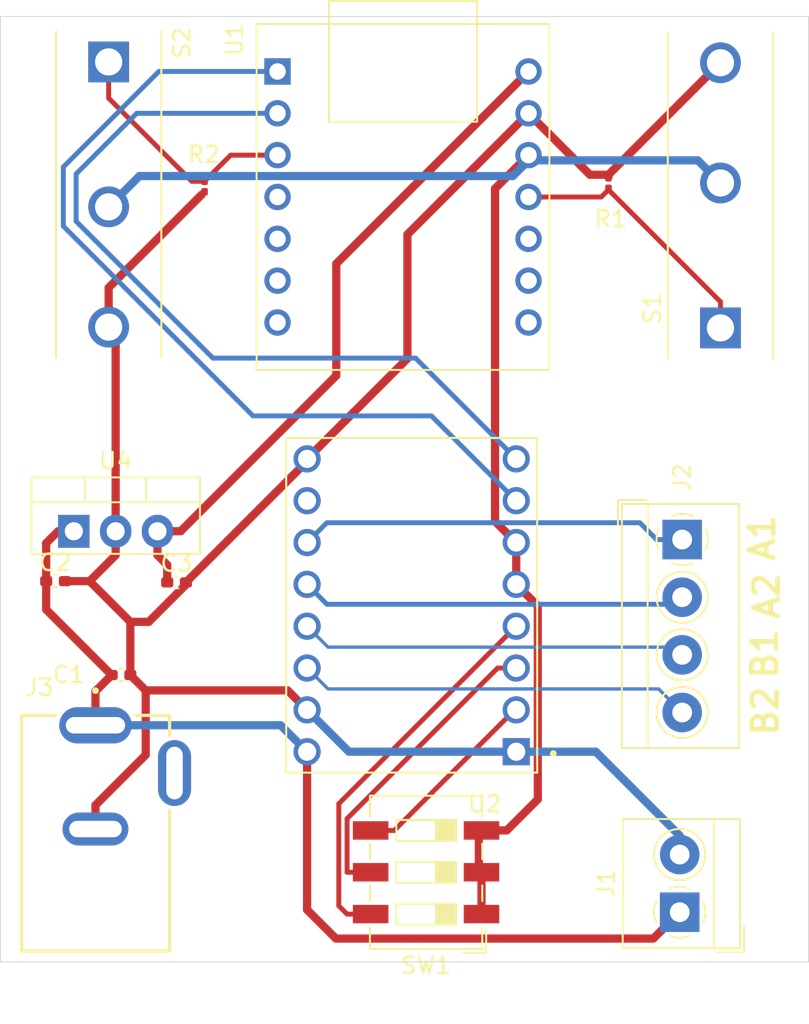
<source format=kicad_pcb>
(kicad_pcb (version 20240108) (generator "pcbnew") (generator_version "8.0")
  (layers (0 "F.Cu" signal) (31 "B.Cu" signal) (34 "B.Paste" user) (35 "F.Paste" user) (36 "B.SilkS" user "B.Silkscreen") (37 "F.SilkS" user "F.Silkscreen") (38 "B.Mask" user) (39 "F.Mask" user) (44 "Edge.Cuts" user))
  (net 0 "")
  (net 1 "+12V")
  (net 2 "/5V")
  (net 3 "GND")
  (net 4 "+3V3")
  (net 5 "/D10")
  (net 6 "/STEP")
  (net 7 "/D2")
  (net 9 "/MOT1")
  (net 10 "/S")
  (net 11 "/DIR")
  (net 12 "/MOT4")
  (net 13 "/MOT2")
  (net 15 "/MOT3")
  (net 16 "/S2")
  (net 18 "/S1")
  (footprint "DRV8825:IC_DRV8825_STEPPER_MOTOR_DRIVER_CARRIER" (layer "F.Cu") (at 151.65 90.89 180)
    (property "Reference" "U2" (at -4.445 -12.065 0) (layer "F.SilkS"))
    (property "Value" "DRV8825_STEPPER_MOTOR_DRIVER_CARRIER")
    (fp_line (start 7.62 10.16) (end -7.62 10.16) (stroke (width 0.127)) (layer "F.SilkS"))
    (fp_line (start 7.62 -10.16) (end 7.62 10.16) (stroke (width 0.127)) (layer "F.SilkS"))
    (fp_line (start -7.62 10.16) (end -7.62 -10.16) (stroke (width 0.127)) (layer "F.SilkS"))
    (fp_line (start -7.62 -10.16) (end 7.62 -10.16) (stroke (width 0.127)) (layer "F.SilkS"))
    (fp_circle (center -8.6 -9) (end -8.5 -9) (stroke (width 0.2)) (fill none) (layer "F.SilkS"))
    (pad "1" thru_hole rect (at -6.35 -8.89 180) (size 1.65 1.65) (drill 1.1) (layers "*.Cu" "*.Mask") (net 3 "GND"))
    (pad "2" thru_hole circle (at -6.35 -6.35 180) (size 1.65 1.65) (drill 1.1) (layers "*.Cu" "*.Mask") (net 16 "/S2"))
    (pad "3" thru_hole circle (at -6.35 -3.81 180) (size 1.65 1.65) (drill 1.1) (layers "*.Cu" "*.Mask") (net 18 "/S1"))
    (pad "4" thru_hole circle (at -6.35 -1.27 180) (size 1.65 1.65) (drill 1.1) (layers "*.Cu" "*.Mask") (net 10 "/S"))
    (pad "5" thru_hole circle (at -6.35 1.27 180) (size 1.65 1.65) (drill 1.1) (layers "*.Cu" "*.Mask") (net 4 "+3V3"))
    (pad "6" thru_hole circle (at -6.35 3.81 180) (size 1.65 1.65) (drill 1.1) (layers "*.Cu" "*.Mask") (net 4 "+3V3"))
    (pad "7" thru_hole circle (at -6.35 6.35 180) (size 1.65 1.65) (drill 1.1) (layers "*.Cu" "*.Mask") (net 6 "/STEP"))
    (pad "8" thru_hole circle (at -6.35 8.89 180) (size 1.65 1.65) (drill 1.1) (layers "*.Cu" "*.Mask") (net 11 "/DIR"))
    (pad "9" thru_hole circle (at 6.35 8.89 180) (size 1.65 1.65) (drill 1.1) (layers "*.Cu" "*.Mask") (net 3 "GND"))
    (pad "10" thru_hole circle (at 6.35 6.35 180) (size 1.65 1.65) (drill 1.1) (layers "*.Cu" "*.Mask"))
    (pad "11" thru_hole circle (at 6.35 3.81 180) (size 1.65 1.65) (drill 1.1) (layers "*.Cu" "*.Mask") (net 9 "/MOT1"))
    (pad "12" thru_hole circle (at 6.35 1.27 180) (size 1.65 1.65) (drill 1.1) (layers "*.Cu" "*.Mask") (net 13 "/MOT2"))
    (pad "13" thru_hole circle (at 6.35 -1.27 180) (size 1.65 1.65) (drill 1.1) (layers "*.Cu" "*.Mask") (net 15 "/MOT3"))
    (pad "14" thru_hole circle (at 6.35 -3.81 180) (size 1.65 1.65) (drill 1.1) (layers "*.Cu" "*.Mask") (net 12 "/MOT4"))
    (pad "15" thru_hole circle (at 6.35 -6.35 180) (size 1.65 1.65) (drill 1.1) (layers "*.Cu" "*.Mask") (net 3 "GND"))
    (pad "16" thru_hole circle (at 6.35 -8.89 180) (size 1.65 1.65) (drill 1.1) (layers "*.Cu" "*.Mask") (net 1 "+12V"))
  )
  (footprint "Resistor_SMD:R_0201_0603Metric" (layer "F.Cu") (at 163.6 65.255 -90)
    (property "Reference" "R1" (at 2.175 -0.125 180) (layer "F.SilkS"))
    (property "Value" "10k")
    (pad "1" smd roundrect (at -0.32 0 270) (size 0.46 0.4) (layers "F.Cu" "F.Mask") (net 3 "GND"))
    (pad "2" smd roundrect (at 0.32 0 270) (size 0.46 0.4) (layers "F.Cu" "F.Mask") (net 5 "/D10"))
  )
  (footprint "Capacitor_SMD:C_0402_1005Metric_Pad0.74x0.62mm_HandSolder" (layer "F.Cu") (at 130.025 89.425)
    (property "Reference" "C2" (at -0.025 -1.125 0) (layer "F.SilkS"))
    (property "Value" "0.22u")
    (fp_line (start -0.115835 -0.36) (end 0.115835 -0.36) (stroke (width 0.12)) (layer "F.SilkS"))
    (fp_line (start -0.115835 0.36) (end 0.115835 0.36) (stroke (width 0.12)) (layer "F.SilkS"))
    (pad "1" smd roundrect (at -0.5675 0) (size 0.735 0.62) (layers "F.Cu" "F.Paste" "F.Mask") (net 1 "+12V"))
    (pad "2" smd roundrect (at 0.5675 0) (size 0.735 0.62) (layers "F.Cu" "F.Paste" "F.Mask") (net 3 "GND"))
  )
  (footprint "TerminalBlock_4Ucon:TerminalBlock_4Ucon_1x02_P3.50mm_Horizontal" (layer "F.Cu") (at 167.925 109.525 90)
    (property "Reference" "J1" (at 1.75 -4.46 90) (layer "F.SilkS"))
    (property "Value" "Screw_Terminal_01x02")
    (fp_line (start 5.66 -3.46) (end 5.66 3.66) (stroke (width 0.12)) (layer "F.SilkS"))
    (fp_line (start -2.16 -3.46) (end 5.66 -3.46) (stroke (width 0.12)) (layer "F.SilkS"))
    (fp_line (start -2.16 -3.46) (end -2.16 3.66) (stroke (width 0.12)) (layer "F.SilkS"))
    (fp_line (start -2.16 2.1) (end 5.66 2.1) (stroke (width 0.12)) (layer "F.SilkS"))
    (fp_line (start -2.4 2.16) (end -2.4 3.9) (stroke (width 0.12)) (layer "F.SilkS"))
    (fp_line (start -2.16 3.66) (end 5.66 3.66) (stroke (width 0.12)) (layer "F.SilkS"))
    (fp_line (start -2.4 3.9) (end -0.9 3.9) (stroke (width 0.12)) (layer "F.SilkS"))
    (fp_arc (start -0.607742 -1.432109) (mid 0.00014 -1.555727) (end 0.608 -1.432) (stroke (width 0.12)) (layer "F.SilkS"))
    (fp_arc (start 1.432109 -0.607742) (mid 1.555727 0.00014) (end 1.432 0.608) (stroke (width 0.12)) (layer "F.SilkS"))
    (fp_arc (start -1.432109 0.607742) (mid -1.555727 -0.00014) (end -1.432 -0.608) (stroke (width 0.12)) (layer "F.SilkS"))
    (fp_arc (start 0.607587 1.431385) (mid 0.310017 1.523783) (end 0 1.555) (stroke (width 0.12)) (layer "F.SilkS"))
    (fp_arc (start 0.027011 1.555493) (mid -0.296984 1.527118) (end -0.608 1.432) (stroke (width 0.12)) (layer "F.SilkS"))
    (fp_circle (center 3.5 0) (end 5.055 0) (stroke (width 0.12)) (fill none) (layer "F.SilkS"))
    (pad "1" thru_hole rect (at 0 0 90) (size 2.4 2.4) (drill 1.2) (layers "*.Cu" "*.Mask") (net 1 "+12V"))
    (pad "2" thru_hole circle (at 3.5 0 90) (size 2.4 2.4) (drill 1.2) (layers "*.Cu" "*.Mask") (net 3 "GND"))
  )
  (footprint "limit switch:SW_MS0850502F030P1A" (layer "F.Cu") (at 170.4 74.05 90)
    (property "Reference" "S1" (at 1.17617 -4.1391 90) (layer "F.SilkS") (effects (font (size 1.000992 1.000992))))
    (property "Value" "MS0850502F030P1A")
    (fp_line (start -1.85 -3.2) (end 17.95 -3.2) (stroke (width 0.127)) (layer "F.SilkS"))
    (fp_line (start 17.95 3.2) (end -1.85 3.2) (stroke (width 0.127)) (layer "F.SilkS"))
    (pad "1" thru_hole rect (at 0 0 90) (size 2.475 2.475) (drill 1.65) (layers "*.Cu" "*.Mask") (net 5 "/D10"))
    (pad "2" thru_hole circle (at 16.1 0 90) (size 2.475 2.475) (drill 1.65) (layers "*.Cu" "*.Mask") (net 3 "GND"))
    (pad "3" thru_hole circle (at 8.8 0 90) (size 2.475 2.475) (drill 1.65) (layers "*.Cu" "*.Mask") (net 4 "+3V3"))
  )
  (footprint "Resistor_SMD:R_0201_0603Metric" (layer "F.Cu") (at 139.0725 65.465 90)
    (property "Reference" "R2" (at 1.94 -0.0475 180) (layer "F.SilkS"))
    (property "Value" "10k")
    (pad "1" smd roundrect (at -0.32 0 90) (size 0.46 0.4) (layers "F.Cu" "F.Mask") (net 3 "GND"))
    (pad "2" smd roundrect (at 0.32 0 90) (size 0.46 0.4) (layers "F.Cu" "F.Mask") (net 7 "/D2"))
  )
  (footprint "Seeed Studio XIAO RP2040:MOUDLE14P-2.54-21X17.8MM" (layer "F.Cu") (at 151.125 66.1 90)
    (property "Reference" "U1" (at 9.55 -10.225 90) (layer "F.SilkS"))
    (property "Value" "MOUDLE-SEEEDUINO-XIAO")
    (fp_rect (start -10.5 -8.89) (end 10.5 8.89) (stroke (width 0.12)) (fill none) (layer "F.SilkS"))
    (fp_rect (start 4.57 -4.5) (end 11.9 4.5) (stroke (width 0.12)) (fill none) (layer "F.SilkS"))
    (pad "1" thru_hole rect (at 7.62 -7.62 90) (size 1.6 1.6) (drill 1) (layers "*.Cu" "*.Mask") (net 6 "/STEP"))
    (pad "2" thru_hole circle (at 5.08 -7.62 90) (size 1.6 1.6) (drill 1) (layers "*.Cu" "*.Mask") (net 11 "/DIR"))
    (pad "3" thru_hole circle (at 2.54 -7.62 90) (size 1.6 1.6) (drill 1) (layers "*.Cu" "*.Mask") (net 7 "/D2"))
    (pad "4" thru_hole circle (at 0 -7.62 90) (size 1.6 1.6) (drill 1) (layers "*.Cu" "*.Mask"))
    (pad "5" thru_hole circle (at -2.54 -7.62 90) (size 1.6 1.6) (drill 1) (layers "*.Cu" "*.Mask"))
    (pad "6" thru_hole circle (at -5.08 -7.62 90) (size 1.6 1.6) (drill 1) (layers "*.Cu" "*.Mask"))
    (pad "7" thru_hole circle (at -7.62 -7.62 90) (size 1.6 1.6) (drill 1) (layers "*.Cu" "*.Mask"))
    (pad "8" thru_hole circle (at -7.62 7.62 90) (size 1.6 1.6) (drill 1) (layers "*.Cu" "*.Mask"))
    (pad "9" thru_hole circle (at -5.08 7.62 90) (size 1.6 1.6) (drill 1) (layers "*.Cu" "*.Mask"))
    (pad "10" thru_hole circle (at -2.54 7.62 90) (size 1.6 1.6) (drill 1) (layers "*.Cu" "*.Mask"))
    (pad "11" thru_hole circle (at 0 7.62 90) (size 1.6 1.6) (drill 1) (layers "*.Cu" "*.Mask") (net 5 "/D10"))
    (pad "12" thru_hole circle (at 2.54 7.62 90) (size 1.6 1.6) (drill 1) (layers "*.Cu" "*.Mask") (net 4 "+3V3"))
    (pad "13" thru_hole circle (at 5.08 7.62 90) (size 1.6 1.6) (drill 1) (layers "*.Cu" "*.Mask") (net 3 "GND"))
    (pad "14" thru_hole circle (at 7.62 7.62 90) (size 1.6 1.6) (drill 1) (layers "*.Cu" "*.Mask") (net 2 "/5V"))
  )
  (footprint "TerminalBlock_4Ucon:TerminalBlock_4Ucon_1x04_P3.50mm_Horizontal" (layer "F.Cu") (at 168.075 86.9 -90)
    (property "Reference" "J2" (at -3.775 0 90) (layer "F.SilkS"))
    (property "Value" "Screw_Terminal_01x04")
    (fp_line (start -2.4 3.9) (end -0.9 3.9) (stroke (width 0.12)) (layer "F.SilkS"))
    (fp_line (start -2.16 3.66) (end 12.66 3.66) (stroke (width 0.12)) (layer "F.SilkS"))
    (fp_line (start -2.4 2.16) (end -2.4 3.9) (stroke (width 0.12)) (layer "F.SilkS"))
    (fp_line (start -2.16 2.1) (end 12.66 2.1) (stroke (width 0.12)) (layer "F.SilkS"))
    (fp_line (start -2.16 -3.46) (end -2.16 3.66) (stroke (width 0.12)) (layer "F.SilkS"))
    (fp_line (start -2.16 -3.46) (end 12.66 -3.46) (stroke (width 0.12)) (layer "F.SilkS"))
    (fp_line (start 12.66 -3.46) (end 12.66 3.66) (stroke (width 0.12)) (layer "F.SilkS"))
    (fp_arc (start 0.027011 1.555493) (mid -0.296984 1.527118) (end -0.608 1.432) (stroke (width 0.12)) (layer "F.SilkS"))
    (fp_arc (start 0.607587 1.431385) (mid 0.310017 1.523783) (end 0 1.555) (stroke (width 0.12)) (layer "F.SilkS"))
    (fp_arc (start -1.432109 0.607742) (mid -1.555727 -0.00014) (end -1.432 -0.608) (stroke (width 0.12)) (layer "F.SilkS"))
    (fp_arc (start 1.432109 -0.607742) (mid 1.555727 0.00014) (end 1.432 0.608) (stroke (width 0.12)) (layer "F.SilkS"))
    (fp_arc (start -0.607742 -1.432109) (mid 0.00014 -1.555727) (end 0.608 -1.432) (stroke (width 0.12)) (layer "F.SilkS"))
    (fp_circle (center 3.5 0) (end 5.055 0) (stroke (width 0.12)) (fill none) (layer "F.SilkS"))
    (fp_circle (center 7 0) (end 8.555 0) (stroke (width 0.12)) (fill none) (layer "F.SilkS"))
    (fp_circle (center 10.5 0) (end 12.055 0) (stroke (width 0.12)) (fill none) (layer "F.SilkS"))
    (pad "1" thru_hole rect (at 0 0 270) (size 2.4 2.4) (drill 1.2) (layers "*.Cu" "*.Mask") (net 9 "/MOT1"))
    (pad "2" thru_hole circle (at 3.5 0 270) (size 2.4 2.4) (drill 1.2) (layers "*.Cu" "*.Mask") (net 13 "/MOT2"))
    (pad "3" thru_hole circle (at 7 0 270) (size 2.4 2.4) (drill 1.2) (layers "*.Cu" "*.Mask") (net 15 "/MOT3"))
    (pad "4" thru_hole circle (at 10.5 0 270) (size 2.4 2.4) (drill 1.2) (layers "*.Cu" "*.Mask") (net 12 "/MOT4"))
  )
  (footprint "Package_TO_SOT_THT:TO-220-3_Vertical" (layer "F.Cu") (at 131.135 86.395)
    (property "Reference" "U4" (at 2.54 -4.27 0) (layer "F.SilkS"))
    (property "Value" "LM7805_TO220" (hide yes))
    (fp_line (start -2.58 -3.27) (end -2.58 1.371) (stroke (width 0.12)) (layer "F.SilkS"))
    (fp_line (start -2.58 -3.27) (end 7.66 -3.27) (stroke (width 0.12)) (layer "F.SilkS"))
    (fp_line (start -2.58 -1.76) (end 7.66 -1.76) (stroke (width 0.12)) (layer "F.SilkS"))
    (fp_line (start -2.58 1.371) (end 7.66 1.371) (stroke (width 0.12)) (layer "F.SilkS"))
    (fp_line (start 0.69 -3.27) (end 0.69 -1.76) (stroke (width 0.12)) (layer "F.SilkS"))
    (fp_line (start 4.391 -3.27) (end 4.391 -1.76) (stroke (width 0.12)) (layer "F.SilkS"))
    (fp_line (start 7.66 -3.27) (end 7.66 1.371) (stroke (width 0.12)) (layer "F.SilkS"))
    (pad "1" thru_hole rect (at 0 0) (size 1.905 2) (drill 1.1) (layers "*.Cu" "*.Mask") (net 1 "+12V"))
    (pad "2" thru_hole oval (at 2.54 0) (size 1.905 2) (drill 1.1) (layers "*.Cu" "*.Mask") (net 3 "GND"))
    (pad "3" thru_hole oval (at 5.08 0) (size 1.905 2) (drill 1.1) (layers "*.Cu" "*.Mask") (net 2 "/5V"))
  )
  (footprint "dc barrel jack:GCT_DCJ200-10-A-XX-K_REVA" (layer "F.Cu") (at 132.45 104.725)
    (property "Reference" "J3" (at -3.4 -8.85 0) (layer "F.SilkS"))
    (property "Value" "DCJ200-10-A-XX-K_REVA")
    (fp_line (start -4.5 7.15) (end -4.5 -7.15) (stroke (width 0.2)) (layer "F.SilkS"))
    (fp_line (start -4.5 7.15) (end 4.5 7.15) (stroke (width 0.2)) (layer "F.SilkS"))
    (fp_line (start -2.45 -7.15) (end -4.5 -7.15) (stroke (width 0.2)) (layer "F.SilkS"))
    (fp_line (start 2.45 -7.15) (end 4.5 -7.15) (stroke (width 0.2)) (layer "F.SilkS"))
    (fp_line (start 4.5 -7.15) (end 4.5 -5.9) (stroke (width 0.2)) (layer "F.SilkS"))
    (fp_line (start 4.5 7.15) (end 4.5 -1.4) (stroke (width 0.2)) (layer "F.SilkS"))
    (fp_circle (center 0 -8.65) (end 0.1 -8.65) (stroke (width 0.2)) (fill none) (layer "F.SilkS"))
    (pad "1" thru_hole oval (at 0 -6.55) (size 4.4 2.2) (drill oval 3.6 1) (layers "*.Cu" "*.Mask") (net 1 "+12V"))
    (pad "2" thru_hole oval (at 0 -0.25) (size 4 2) (drill oval 3.2 1) (layers "*.Cu" "*.Mask") (net 3 "GND"))
    (pad "3" thru_hole oval (at 4.8 -3.65) (size 2 4) (drill oval 1 3.2) (layers "*.Cu" "*.Mask"))
  )
  (footprint "Button_Switch_SMD:SW_DIP_SPSTx03_Slide_6.7x9.18mm_W6.73mm_P2.54mm_LowProfile_JPin" (layer "F.Cu") (at 152.525 107.1 180)
    (property "Reference" "SW1" (at 0 -5.65 0) (layer "F.SilkS"))
    (property "Value" "SW_DIP_x03")
    (fp_line (start 3.41 3.34) (end 3.41 4.65) (stroke (width 0.12)) (layer "F.SilkS"))
    (fp_line (start 3.41 0.8) (end 3.41 1.74) (stroke (width 0.12)) (layer "F.SilkS"))
    (fp_line (start 3.41 -1.74) (end 3.41 -0.8) (stroke (width 0.12)) (layer "F.SilkS"))
    (fp_line (start 3.41 -4.65) (end 3.41 -3.34) (stroke (width 0.12)) (layer "F.SilkS"))
    (fp_line (start 1.81 3.175) (end 1.81 1.905) (stroke (width 0.12)) (layer "F.SilkS"))
    (fp_line (start 1.81 1.905) (end -1.81 1.905) (stroke (width 0.12)) (layer "F.SilkS"))
    (fp_line (start 1.81 0.635) (end 1.81 -0.635) (stroke (width 0.12)) (layer "F.SilkS"))
    (fp_line (start 1.81 -0.635) (end -1.81 -0.635) (stroke (width 0.12)) (layer "F.SilkS"))
    (fp_line (start 1.81 -1.905) (end 1.81 -3.175) (stroke (width 0.12)) (layer "F.SilkS"))
    (fp_line (start 1.81 -3.175) (end -1.81 -3.175) (stroke (width 0.12)) (layer "F.SilkS"))
    (fp_line (start -0.603333 1.905) (end -0.603333 3.175) (stroke (width 0.12)) (layer "F.SilkS"))
    (fp_line (start -0.603333 -0.635) (end -0.603333 0.635) (stroke (width 0.12)) (layer "F.SilkS"))
    (fp_line (start -0.603333 -3.175) (end -0.603333 -1.905) (stroke (width 0.12)) (layer "F.SilkS"))
    (fp_line (start -1.81 3.175) (end 1.81 3.175) (stroke (width 0.12)) (layer "F.SilkS"))
    (fp_line (start -1.81 3.105) (end -0.603333 3.105) (stroke (width 0.12)) (layer "F.SilkS"))
    (fp_line (start -1.81 2.985) (end -0.603333 2.985) (stroke (width 0.12)) (layer "F.SilkS"))
    (fp_line (start -1.81 2.865) (end -0.603333 2.865) (stroke (width 0.12)) (layer "F.SilkS"))
    (fp_line (start -1.81 2.745) (end -0.603333 2.745) (stroke (width 0.12)) (layer "F.SilkS"))
    (fp_line (start -1.81 2.625) (end -0.603333 2.625) (stroke (width 0.12)) (layer "F.SilkS"))
    (fp_line (start -1.81 2.505) (end -0.603333 2.505) (stroke (width 0.12)) (layer "F.SilkS"))
    (fp_line (start -1.81 2.385) (end -0.603333 2.385) (stroke (width 0.12)) (layer "F.SilkS"))
    (fp_line (start -1.81 2.265) (end -0.603333 2.265) (stroke (width 0.12)) (layer "F.SilkS"))
    (fp_line (start -1.81 2.145) (end -0.603333 2.145) (stroke (width 0.12)) (layer "F.SilkS"))
    (fp_line (start -1.81 2.025) (end -0.603333 2.025) (stroke (width 0.12)) (layer "F.SilkS"))
    (fp_line (start -1.81 1.905) (end -1.81 3.175) (stroke (width 0.12)) (layer "F.SilkS"))
    (fp_line (start -1.81 0.635) (end 1.81 0.635) (stroke (width 0.12)) (layer "F.SilkS"))
    (fp_line (start -1.81 0.565) (end -0.603333 0.565) (stroke (width 0.12)) (layer "F.SilkS"))
    (fp_line (start -1.81 0.445) (end -0.603333 0.445) (stroke (width 0.12)) (layer "F.SilkS"))
    (fp_line (start -1.81 0.325) (end -0.603333 0.325) (stroke (width 0.12)) (layer "F.SilkS"))
    (fp_line (start -1.81 0.205) (end -0.603333 0.205) (stroke (width 0.12)) (layer "F.SilkS"))
    (fp_line (start -1.81 0.085) (end -0.603333 0.085) (stroke (width 0.12)) (layer "F.SilkS"))
    (fp_line (start -1.81 -0.035) (end -0.603333 -0.035) (stroke (width 0.12)) (layer "F.SilkS"))
    (fp_line (start -1.81 -0.155) (end -0.603333 -0.155) (stroke (width 0.12)) (layer "F.SilkS"))
    (fp_line (start -1.81 -0.275) (end -0.603333 -0.275) (stroke (width 0.12)) (layer "F.SilkS"))
    (fp_line (start -1.81 -0.395) (end -0.603333 -0.395) (stroke (width 0.12)) (layer "F.SilkS"))
    (fp_line (start -1.81 -0.515) (end -0.603333 -0.515) (stroke (width 0.12)) (layer "F.SilkS"))
    (fp_line (start -1.81 -0.635) (end -1.81 0.635) (stroke (width 0.12)) (layer "F.SilkS"))
    (fp_line (start -1.81 -1.905) (end 1.81 -1.905) (stroke (width 0.12)) (layer "F.SilkS"))
    (fp_line (start -1.81 -1.975) (end -0.603333 -1.975) (stroke (width 0.12)) (layer "F.SilkS"))
    (fp_line (start -1.81 -2.095) (end -0.603333 -2.095) (stroke (width 0.12)) (layer "F.SilkS"))
    (fp_line (start -1.81 -2.215) (end -0.603333 -2.215) (stroke (width 0.12)) (layer "F.SilkS"))
    (fp_line (start -1.81 -2.335) (end -0.603333 -2.335) (stroke (width 0.12)) (layer "F.SilkS"))
    (fp_line (start -1.81 -2.455) (end -0.603333 -2.455) (stroke (width 0.12)) (layer "F.SilkS"))
    (fp_line (start -1.81 -2.575) (end -0.603333 -2.575) (stroke (width 0.12)) (layer "F.SilkS"))
    (fp_line (start -1.81 -2.695) (end -0.603333 -2.695) (stroke (width 0.12)) (layer "F.SilkS"))
    (fp_line (start -1.81 -2.815) (end -0.603333 -2.815) (stroke (width 0.12)) (layer "F.SilkS"))
    (fp_line (start -1.81 -2.935) (end -0.603333 -2.935) (stroke (width 0.12)) (layer "F.SilkS"))
    (fp_line (start -1.81 -3.055) (end -0.603333 -3.055) (stroke (width 0.12)) (layer "F.SilkS"))
    (fp_line (start -1.81 -3.175) (end -1.81 -1.905) (stroke (width 0.12)) (layer "F.SilkS"))
    (fp_line (start -3.41 4.65) (end 3.41 4.65) (stroke (width 0.12)) (layer "F.SilkS"))
    (fp_line (start -3.41 3.34) (end -3.41 4.65) (stroke (width 0.12)) (layer "F.SilkS"))
    (fp_line (start -3.41 0.8) (end -3.41 1.74) (stroke (width 0.12)) (layer "F.SilkS"))
    (fp_line (start -3.41 -1.74) (end -3.41 -0.8) (stroke (width 0.12)) (layer "F.SilkS"))
    (fp_line (start -3.41 -4.65) (end 3.41 -4.65) (stroke (width 0.12)) (layer "F.SilkS"))
    (fp_line (start -3.41 -4.65) (end -3.41 -3.34) (stroke (width 0.12)) (layer "F.SilkS"))
    (fp_line (start -3.65 -4.89) (end -2.267 -4.89) (stroke (width 0.12)) (layer "F.SilkS"))
    (fp_line (start -3.65 -4.89) (end -3.65 -3.507) (stroke (width 0.12)) (layer "F.SilkS"))
    (pad "1" smd rect (at -3.365 -2.54 180) (size 2.16 1.12) (layers "F.Cu" "F.Paste" "F.Mask") (net 4 "+3V3"))
    (pad "2" smd rect (at -3.365 0 180) (size 2.16 1.12) (layers "F.Cu" "F.Paste" "F.Mask") (net 4 "+3V3"))
    (pad "3" smd rect (at -3.365 2.54 180) (size 2.16 1.12) (layers "F.Cu" "F.Paste" "F.Mask") (net 4 "+3V3"))
    (pad "4" smd rect (at 3.365 2.54 180) (size 2.16 1.12) (layers "F.Cu" "F.Paste" "F.Mask") (net 16 "/S2"))
    (pad "5" smd rect (at 3.365 0 180) (size 2.16 1.12) (layers "F.Cu" "F.Paste" "F.Mask") (net 18 "/S1"))
    (pad "6" smd rect (at 3.365 -2.54 180) (size 2.16 1.12) (layers "F.Cu" "F.Paste" "F.Mask") (net 10 "/S"))
  )
  (footprint "limit switch:SW_MS0850502F030P1A" (layer "F.Cu") (at 133.25 57.9 -90)
    (property "Reference" "S2" (at -1.15 -4.45 90) (layer "F.SilkS") (effects (font (size 1.000992 1.000992))))
    (property "Value" "MS0850502F030P1A")
    (fp_line (start 17.95 3.2) (end -1.85 3.2) (stroke (width 0.127)) (layer "F.SilkS"))
    (fp_line (start -1.85 -3.2) (end 17.95 -3.2) (stroke (width 0.127)) (layer "F.SilkS"))
    (pad "1" thru_hole rect (at 0 0 270) (size 2.475 2.475) (drill 1.65) (layers "*.Cu" "*.Mask") (net 7 "/D2"))
    (pad "2" thru_hole circle (at 16.1 0 270) (size 2.475 2.475) (drill 1.65) (layers "*.Cu" "*.Mask") (net 3 "GND"))
    (pad "3" thru_hole circle (at 8.8 0 270) (size 2.475 2.475) (drill 1.65) (layers "*.Cu" "*.Mask") (net 4 "+3V3"))
  )
  (footprint "Capacitor_SMD:C_0402_1005Metric_Pad0.74x0.62mm_HandSolder" (layer "F.Cu") (at 134 95.125 180)
    (property "Reference" "C1" (at 3.175 0.025 0) (layer "F.SilkS"))
    (property "Value" "100u")
    (fp_line (start -0.115835 0.36) (end 0.115835 0.36) (stroke (width 0.12)) (layer "F.SilkS"))
    (fp_line (start -0.115835 -0.36) (end 0.115835 -0.36) (stroke (width 0.12)) (layer "F.SilkS"))
    (pad "1" smd roundrect (at -0.5675 0 180) (size 0.735 0.62) (layers "F.Cu" "F.Paste" "F.Mask") (net 3 "GND"))
    (pad "2" smd roundrect (at 0.5675 0 180) (size 0.735 0.62) (layers "F.Cu" "F.Paste" "F.Mask") (net 1 "+12V"))
  )
  (footprint "Capacitor_SMD:C_0402_1005Metric_Pad0.74x0.62mm_HandSolder" (layer "F.Cu") (at 137.375 89.5)
    (property "Reference" "C3" (at 0 -1.16 0) (layer "F.SilkS"))
    (property "Value" "0.1u")
    (fp_line (start -0.115835 -0.36) (end 0.115835 -0.36) (stroke (width 0.12)) (layer "F.SilkS"))
    (fp_line (start -0.115835 0.36) (end 0.115835 0.36) (stroke (width 0.12)) (layer "F.SilkS"))
    (pad "1" smd roundrect (at -0.5675 0) (size 0.735 0.62) (layers "F.Cu" "F.Paste" "F.Mask") (net 2 "/5V"))
    (pad "2" smd roundrect (at 0.5675 0) (size 0.735 0.62) (layers "F.Cu" "F.Paste" "F.Mask") (net 3 "GND"))
  )
  (gr_rect (start 126.6775 55.14) (end 175.7525 112.54) (stroke (width 0.05)) (fill none) (layer "Edge.Cuts"))
  (gr_text "A1" (at 173.8 88.35 90) (layer "F.SilkS") (effects (font (size 1.5 1.5) (thickness 0.3) (bold yes)) (justify left bottom)))
  (gr_text "A2" (at 174.075 91.875 90) (layer "F.SilkS") (effects (font (size 1.5 1.5) (thickness 0.3) (bold yes)) (justify left bottom)))
  (gr_text "B1" (at 173.975 95.5 90) (layer "F.SilkS") (effects (font (size 1.5 1.5) (thickness 0.3) (bold yes)) (justify left bottom)))
  (gr_text "B2" (at 174 98.975 90) (layer "F.SilkS") (effects (font (size 1.5 1.5) (thickness 0.3) (bold yes)) (justify left bottom)))
  (segment (start 130.18 86.395) (end 131.135 86.395) (width 0.5) (layer "F.Cu") (net 1))
  (segment (start 129.4575 87.1325) (end 129.45 87.125) (width 0.5) (layer "F.Cu") (net 1))
  (segment (start 132.45 96.1075) (end 132.45 98.175) (width 0.5) (layer "F.Cu") (net 1))
  (segment (start 129.45 87.125) (end 130.18 86.395) (width 0.5) (layer "F.Cu") (net 1))
  (segment (start 145.3 109.375) (end 147.05 111.125) (width 0.5) (layer "F.Cu") (net 1))
  (segment (start 147.05 111.125) (end 166.325 111.125) (width 0.5) (layer "F.Cu") (net 1))
  (segment (start 129.4575 91.15) (end 129.4575 89.425) (width 0.5) (layer "F.Cu") (net 1))
  (segment (start 133.4325 95.125) (end 132.45 96.1075) (width 0.5) (layer "F.Cu") (net 1))
  (segment (start 133.4325 95.125) (end 129.4575 91.15) (width 0.5) (layer "F.Cu") (net 1))
  (segment (start 166.325 111.125) (end 167.925 109.525) (width 0.5) (layer "F.Cu") (net 1))
  (segment (start 129.4575 89.425) (end 129.4575 87.1325) (width 0.5) (layer "F.Cu") (net 1))
  (segment (start 145.3 99.78) (end 145.3 109.375) (width 0.5) (layer "F.Cu") (net 1))
  (segment (start 143.695 98.175) (end 145.3 99.78) (width 0.5) (layer "B.Cu") (net 1))
  (segment (start 132.45 98.175) (end 143.695 98.175) (width 0.5) (layer "B.Cu") (net 1))
  (segment (start 147.0719 70.1531) (end 147.0719 76.9423) (width 0.5) (layer "F.Cu") (net 2))
  (segment (start 158.745 58.48) (end 147.0719 70.1531) (width 0.5) (layer "F.Cu") (net 2))
  (segment (start 136.215 86.395) (end 137.6192 86.395) (width 0.5) (layer "F.Cu") (net 2))
  (segment (start 136.215 87.8467) (end 136.8075 88.4392) (width 0.5) (layer "F.Cu") (net 2))
  (segment (start 136.215 86.395) (end 136.215 87.8467) (width 0.5) (layer "F.Cu") (net 2))
  (segment (start 136.8075 88.4392) (end 136.8075 89.5) (width 0.5) (layer "F.Cu") (net 2))
  (segment (start 147.0719 76.9423) (end 137.6192 86.395) (width 0.5) (layer "F.Cu") (net 2))
  (segment (start 137.9425 89.6368) (end 135.6835 91.8958) (width 0.5) (layer "F.Cu") (net 3))
  (segment (start 163.6 64.75) (end 162.475 64.75) (width 0.5) (layer "F.Cu") (net 3))
  (segment (start 133.675 87.8467) (end 132.0967 89.425) (width 0.5) (layer "F.Cu") (net 3))
  (segment (start 138.8883 65.9692) (end 133.25 71.6075) (width 0.5) (layer "F.Cu") (net 3))
  (segment (start 170.4 57.95) (end 163.6 64.75) (width 0.5) (layer "F.Cu") (net 3))
  (segment (start 135.5 99.9733) (end 135.5 96.0575) (width 0.5) (layer "F.Cu") (net 3))
  (segment (start 163.6 64.75) (end 163.6 64.8927) (width 0.5) (layer "F.Cu") (net 3))
  (segment (start 135.6835 91.8958) (end 134.5675 91.8958) (width 0.5) (layer "F.Cu") (net 3))
  (segment (start 134.5675 91.8958) (end 134.5675 95.125) (width 0.5) (layer "F.Cu") (net 3))
  (segment (start 132.0967 89.425) (end 130.5925 89.425) (width 0.5) (layer "F.Cu") (net 3))
  (segment (start 163.6 64.8927) (end 163.6 64.935) (width 0.4006) (layer "F.Cu") (net 3))
  (segment (start 144.1175 96.0575) (end 145.3 97.24) (width 0.5) (layer "F.Cu") (net 3))
  (segment (start 162.475 64.75) (end 158.745 61.02) (width 0.5) (layer "F.Cu") (net 3))
  (segment (start 151.3931 68.3719) (end 158.745 61.02) (width 0.5) (layer "F.Cu") (net 3))
  (segment (start 138.8883 65.9692) (end 139.0725 65.785) (width 0.4006) (layer "F.Cu") (net 3))
  (segment (start 132.45 104.475) (end 132.45 103.0233) (width 0.5) (layer "F.Cu") (net 3))
  (segment (start 135.5 96.0575) (end 134.5675 95.125) (width 0.5) (layer "F.Cu") (net 3))
  (segment (start 132.45 103.0233) (end 135.5 99.9733) (width 0.5) (layer "F.Cu") (net 3))
  (segment (start 145.3 82) (end 151.3931 75.9069) (width 0.5) (layer "F.Cu") (net 3))
  (segment (start 133.25 74) (end 133.675 74.425) (width 0.5) (layer "F.Cu") (net 3))
  (segment (start 135.5 96.0575) (end 144.1175 96.0575) (width 0.5) (layer "F.Cu") (net 3))
  (segment (start 133.675 74.425) (end 133.675 86.395) (width 0.5) (layer "F.Cu") (net 3))
  (segment (start 133.675 86.395) (end 133.675 87.8467) (width 0.5) (layer "F.Cu") (net 3))
  (segment (start 137.9425 89.5) (end 137.9425 89.6368) (width 0.5) (layer "F.Cu") (net 3))
  (segment (start 133.25 71.6075) (end 133.25 74) (width 0.5) (layer "F.Cu") (net 3))
  (segment (start 137.9425 89.5) (end 145.3 82.1425) (width 0.5) (layer "F.Cu") (net 3))
  (segment (start 151.3931 75.9069) (end 151.3931 68.3719) (width 0.5) (layer "F.Cu") (net 3))
  (segment (start 132.0967 89.425) (end 134.5675 91.8958) (width 0.5) (layer "F.Cu") (net 3))
  (segment (start 145.3 82.1425) (end 145.3 82) (width 0.5) (layer "F.Cu") (net 3))
  (segment (start 162.83 99.78) (end 167.925 104.875) (width 0.5) (layer "B.Cu") (net 3))
  (segment (start 145.3 97.24) (end 147.84 99.78) (width 0.5) (layer "B.Cu") (net 3))
  (segment (start 158 99.78) (end 162.83 99.78) (width 0.5) (layer "B.Cu") (net 3))
  (segment (start 147.84 99.78) (end 158 99.78) (width 0.5) (layer "B.Cu") (net 3))
  (segment (start 167.925 104.875) (end 167.925 106.025) (width 0.5) (layer "B.Cu") (net 3))
  (segment (start 159.3076 90.9276) (end 159.3076 102.6741) (width 0.5) (layer "F.Cu") (net 4))
  (segment (start 158 87.08) (end 158 89.62) (width 0.5) (layer "F.Cu") (net 4))
  (segment (start 155.7275 104.56) (end 155.7275 107.1) (width 0.5) (layer "F.Cu") (net 4))
  (segment (start 155.89 104.56) (end 155.7275 104.56) (width 0.5) (layer "F.Cu") (net 4))
  (segment (start 156.7123 65.5927) (end 158.745 63.56) (width 0.5) (layer "F.Cu") (net 4))
  (segment (start 159.3076 102.6741) (end 157.4217 104.56) (width 0.5) (layer "F.Cu") (net 4))
  (segment (start 155.89 107.1) (end 155.8088 107.1) (width 0.5) (layer "F.Cu") (net 4))
  (segment (start 155.8088 107.1) (end 155.7275 107.1) (width 0.5) (layer "F.Cu") (net 4))
  (segment (start 156.7123 85.7923) (end 156.7123 65.5927) (width 0.5) (layer "F.Cu") (net 4))
  (segment (start 158 87.08) (end 156.7123 85.7923) (width 0.5) (layer "F.Cu") (net 4))
  (segment (start 158 89.62) (end 159.3076 90.9276) (width 0.5) (layer "F.Cu") (net 4))
  (segment (start 155.89 104.56) (end 157.4217 104.56) (width 0.5) (layer "F.Cu") (net 4))
  (segment (start 155.89 107.1) (end 155.89 109.64) (width 0.5) (layer "F.Cu") (net 4))
  (segment (start 169.0268 63.8768) (end 170.4 65.25) (width 0.5) (layer "B.Cu") (net 4))
  (segment (start 157.7918 64.83) (end 158.745 63.8768) (width 0.5) (layer "B.Cu") (net 4))
  (segment (start 158.745 63.8768) (end 169.0268 63.8768) (width 0.5) (layer "B.Cu") (net 4))
  (segment (start 133.25 66.7) (end 135.12 64.83) (width 0.5) (layer "B.Cu") (net 4))
  (segment (start 158.745 63.8768) (end 158.745 63.56) (width 0.5) (layer "B.Cu") (net 4))
  (segment (start 135.12 64.83) (end 157.7918 64.83) (width 0.5) (layer "B.Cu") (net 4))
  (segment (start 163.6 65.6608) (end 163.6 65.575) (width 0.3) (layer "F.Cu") (net 5))
  (segment (start 170.4 72.4608) (end 163.6 65.6608) (width 0.3) (layer "F.Cu") (net 5))
  (segment (start 163.1608 66.1) (end 163.6 65.6608) (width 0.3) (layer "F.Cu") (net 5))
  (segment (start 170.4 74.05) (end 170.4 72.4608) (width 0.3) (layer "F.Cu") (net 5))
  (segment (start 158.745 66.1) (end 163.1608 66.1) (width 0.3) (layer "F.Cu") (net 5))
  (segment (start 130.5 64.275) (end 130.5 67.875) (width 0.3) (layer "B.Cu") (net 6))
  (segment (start 143.505 58.48) (end 136.295 58.48) (width 0.3) (layer "B.Cu") (net 6))
  (segment (start 142.0166 79.3916) (end 152.8516 79.3916) (width 0.3) (layer "B.Cu") (net 6))
  (segment (start 136.295 58.48) (end 130.5 64.275) (width 0.3) (layer "B.Cu") (net 6))
  (segment (start 152.8516 79.3916) (end 158 84.54) (width 0.3) (layer "B.Cu") (net 6))
  (segment (start 130.5 67.875) (end 142.0166 79.3916) (width 0.3) (layer "B.Cu") (net 6))
  (segment (start 133.25 57.9) (end 133.25 60.1) (width 0.3) (layer "F.Cu") (net 7))
  (segment (start 140.6575 63.56) (end 139.0725 65.145) (width 0.3) (layer "F.Cu") (net 7))
  (segment (start 133.25 60.1) (end 138.295 65.145) (width 0.3) (layer "F.Cu") (net 7))
  (segment (start 138.295 65.145) (end 139.0725 65.145) (width 0.3) (layer "F.Cu") (net 7))
  (segment (start 143.505 63.56) (end 140.6575 63.56) (width 0.3) (layer "F.Cu") (net 7))
  (segment (start 165.5014 85.8781) (end 146.5019 85.8781) (width 0.3) (layer "B.Cu") (net 9))
  (segment (start 146.5019 85.8781) (end 145.3 87.08) (width 0.3) (layer "B.Cu") (net 9))
  (segment (start 168.075 86.9) (end 166.5233 86.9) (width 0.3) (layer "B.Cu") (net 9))
  (segment (start 166.5233 86.9) (end 165.5014 85.8781) (width 0.3) (layer "B.Cu") (net 9))
  (segment (start 147.2266 109.1383) (end 147.7283 109.64) (width 0.3) (layer "F.Cu") (net 10))
  (segment (start 149.16 109.64) (end 147.7283 109.64) (width 0.3) (layer "F.Cu") (net 10))
  (segment (start 158 92.16) (end 147.2266 102.9334) (width 0.3) (layer "F.Cu") (net 10))
  (segment (start 147.2266 102.9334) (end 147.2266 109.1383) (width 0.3) (layer "F.Cu") (net 10))
  (segment (start 131.275 67.575) (end 139.5813 75.8813) (width 0.3) (layer "B.Cu") (net 11))
  (segment (start 134.955 61.02) (end 131.275 64.7) (width 0.3) (layer "B.Cu") (net 11))
  (segment (start 139.5813 75.8813) (end 151.8813 75.8813) (width 0.3) (layer "B.Cu") (net 11))
  (segment (start 131.275 64.7) (end 131.275 67.575) (width 0.3) (layer "B.Cu") (net 11))
  (segment (start 143.505 61.02) (end 134.955 61.02) (width 0.3) (layer "B.Cu") (net 11))
  (segment (start 151.8813 75.8813) (end 158 82) (width 0.3) (layer "B.Cu") (net 11))
  (segment (start 168.075 97.4) (end 166.645 95.97) (width 0.2) (layer "B.Cu") (net 12))
  (segment (start 146.57 95.97) (end 145.3 94.7) (width 0.2) (layer "B.Cu") (net 12))
  (segment (start 166.645 95.97) (end 146.57 95.97) (width 0.2) (layer "B.Cu") (net 12))
  (segment (start 146.5087 90.8287) (end 145.3 89.62) (width 0.3) (layer "B.Cu") (net 13))
  (segment (start 167.6463 90.8287) (end 146.5087 90.8287) (width 0.3) (layer "B.Cu") (net 13))
  (segment (start 168.075 90.4) (end 167.6463 90.8287) (width 0.3) (layer "B.Cu") (net 13))
  (segment (start 168.075 93.9) (end 167.605 93.43) (width 0.2) (layer "B.Cu") (net 15))
  (segment (start 146.57 93.43) (end 145.3 92.16) (width 0.2) (layer "B.Cu") (net 15))
  (segment (start 167.605 93.43) (end 146.57 93.43) (width 0.2) (layer "B.Cu") (net 15))
  (segment (start 149.16 104.56) (end 150.5917 104.56) (width 0.3) (layer "F.Cu") (net 16))
  (segment (start 150.5917 104.56) (end 157.9117 97.24) (width 0.3) (layer "F.Cu") (net 16))
  (segment (start 157.9117 97.24) (end 158 97.24) (width 0.3) (layer "F.Cu") (net 16))
  (segment (start 156.8698 94.7) (end 147.7283 103.8415) (width 0.3) (layer "F.Cu") (net 18))
  (segment (start 158 94.7) (end 156.8698 94.7) (width 0.3) (layer "F.Cu") (net 18))
  (segment (start 147.7283 103.8415) (end 147.7283 107.1) (width 0.3) (layer "F.Cu") (net 18))
  (segment (start 149.16 107.1) (end 147.7283 107.1) (width 0.3) (layer "F.Cu") (net 18))
)
</source>
